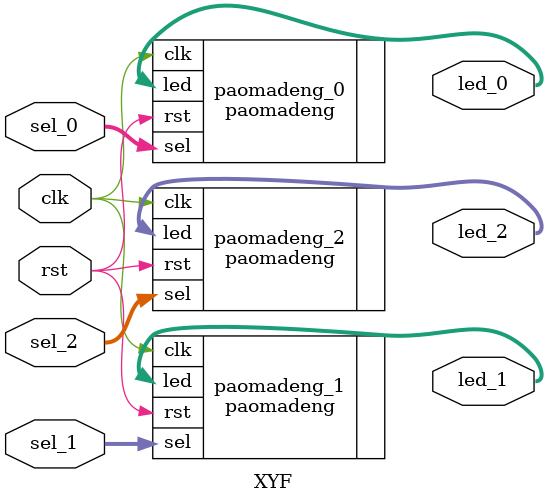
<source format=v>
`timescale 1 ns/100 ps


module XYF(
       sel_0,
       led_0,
       sel_1,
       led_1,
       sel_2,
       led_2,
       rst,
       clk
    );
input  [1:0] sel_0;
output [7:0] led_0;
input  [1:0] sel_1;
output [7:0] led_1;
input  [1:0] sel_2;
output [7:0] led_2;
input  rst;
input  clk;

    wire GND_net, VCC_net;
    
    paomadeng paomadeng_1 (.rst(rst), .clk(clk), .sel({sel_1[1], 
        sel_1[0]}), .led({led_1[7], led_1[6], led_1[5], led_1[4], 
        led_1[3], led_1[2], led_1[1], led_1[0]}));
    VCC VCC (.Y(VCC_net));
    paomadeng paomadeng_2 (.rst(rst), .clk(clk), .sel({sel_2[1], 
        sel_2[0]}), .led({led_2[7], led_2[6], led_2[5], led_2[4], 
        led_2[3], led_2[2], led_2[1], led_2[0]}));
    paomadeng paomadeng_0 (.rst(rst), .clk(clk), .sel({sel_0[1], 
        sel_0[0]}), .led({led_0[7], led_0[6], led_0[5], led_0[4], 
        led_0[3], led_0[2], led_0[1], led_0[0]}));
    GND GND (.Y(GND_net));
    
endmodule

</source>
